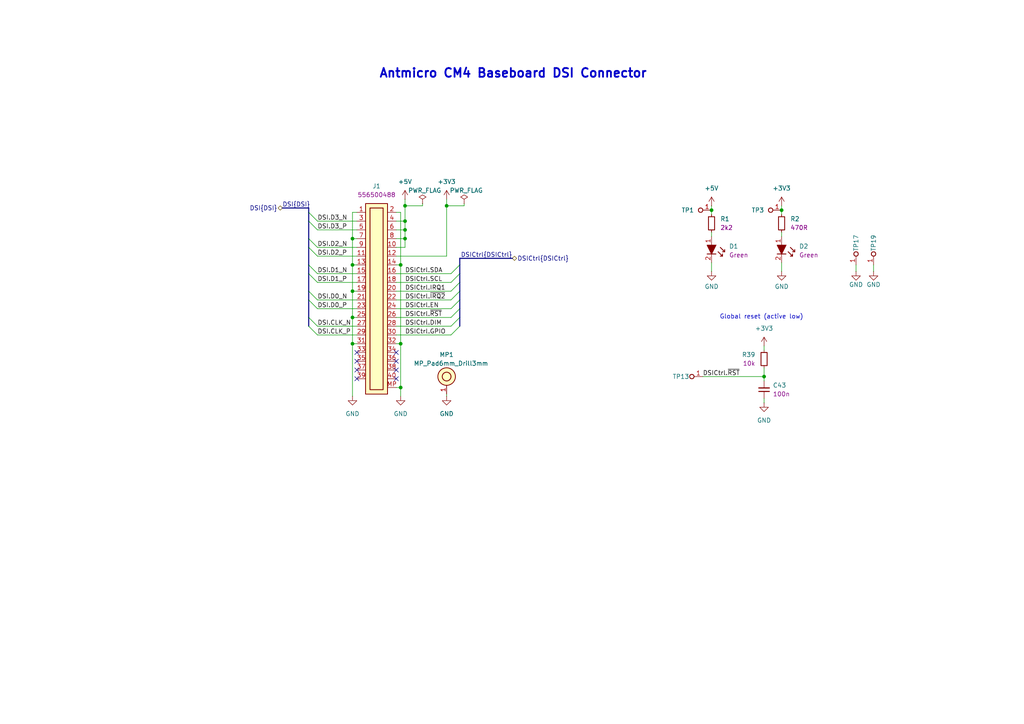
<source format=kicad_sch>
(kicad_sch (version 20230121) (generator eeschema)
  (paper "A4")
  (title_block (title "CM4 Baseboard LVDS Adapter") (date "2024-04-18") (rev "1.0.2") (company "Antmicro") (comment 1 "www.antmicro.com"))
  (lib_symbols
    (symbol "antmicroB2BConnectors:Plug_Molex_SlimStack_2x20_556500488"
      (property "Reference" "J" (at 25.4 0 0))
      (property "MPN" "556500488" (at 25.4 -2.54 0))
      (symbol "Plug_Molex_SlimStack_2x20_556500488_1_1"
        (rectangle (start 2.54 2.54) (end 8.89 -52.705) (stroke (width 0.254)) (fill (type background)))
        (rectangle (start 3.81 1.27) (end 7.62 -51.435) (stroke (width 0.254)) (fill (type background)))
        (pin passive line (at 0 0 0) (length 2.54) (name "~") (number "1"))
        (pin passive line (at 11.43 -10.16 180) (length 2.54) (name "~") (number "10"))
        (pin passive line (at 0 -12.7 0) (length 2.54) (name "~") (number "11"))
        (pin passive line (at 11.43 -12.7 180) (length 2.54) (name "~") (number "12"))
        (pin passive line (at 0 -15.24 0) (length 2.54) (name "~") (number "13"))
        (pin passive line (at 11.43 -15.24 180) (length 2.54) (name "~") (number "14"))
        (pin passive line (at 0 -17.78 0) (length 2.54) (name "~") (number "15"))
        (pin passive line (at 11.43 -17.78 180) (length 2.54) (name "~") (number "16"))
        (pin passive line (at 0 -20.32 0) (length 2.54) (name "~") (number "17"))
        (pin passive line (at 11.43 -20.32 180) (length 2.54) (name "~") (number "18"))
        (pin passive line (at 0 -22.86 0) (length 2.54) (name "~") (number "19"))
        (pin passive line (at 11.43 0 180) (length 2.54) (name "~") (number "2"))
        (pin passive line (at 11.43 -22.86 180) (length 2.54) (name "~") (number "20"))
        (pin passive line (at 0 -25.4 0) (length 2.54) (name "~") (number "21"))
        (pin passive line (at 11.43 -25.4 180) (length 2.54) (name "~") (number "22"))
        (pin passive line (at 0 -27.94 0) (length 2.54) (name "~") (number "23"))
        (pin passive line (at 11.43 -27.94 180) (length 2.54) (name "~") (number "24"))
        (pin passive line (at 0 -30.48 0) (length 2.54) (name "~") (number "25"))
        (pin passive line (at 11.43 -30.48 180) (length 2.54) (name "~") (number "26"))
        (pin passive line (at 0 -33.02 0) (length 2.54) (name "~") (number "27"))
        (pin passive line (at 11.43 -33.02 180) (length 2.54) (name "~") (number "28"))
        (pin passive line (at 0 -35.56 0) (length 2.54) (name "~") (number "29"))
        (pin passive line (at 0 -2.54 0) (length 2.54) (name "~") (number "3"))
        (pin passive line (at 11.43 -35.56 180) (length 2.54) (name "~") (number "30"))
        (pin passive line (at 0 -38.1 0) (length 2.54) (name "~") (number "31"))
        (pin passive line (at 11.43 -38.1 180) (length 2.54) (name "~") (number "32"))
        (pin passive line (at 0 -40.64 0) (length 2.54) (name "~") (number "33"))
        (pin passive line (at 11.43 -40.64 180) (length 2.54) (name "~") (number "34"))
        (pin passive line (at 0 -43.18 0) (length 2.54) (name "~") (number "35"))
        (pin passive line (at 11.43 -43.18 180) (length 2.54) (name "~") (number "36"))
        (pin passive line (at 0 -45.72 0) (length 2.54) (name "~") (number "37"))
        (pin passive line (at 11.43 -45.72 180) (length 2.54) (name "~") (number "38"))
        (pin passive line (at 0 -48.26 0) (length 2.54) (name "~") (number "39"))
        (pin passive line (at 11.43 -2.54 180) (length 2.54) (name "~") (number "4"))
        (pin passive line (at 11.43 -48.26 180) (length 2.54) (name "~") (number "40"))
        (pin passive line (at 0 -5.08 0) (length 2.54) (name "~") (number "5"))
        (pin passive line (at 11.43 -5.08 180) (length 2.54) (name "~") (number "6"))
        (pin passive line (at 0 -7.62 0) (length 2.54) (name "~") (number "7"))
        (pin passive line (at 11.43 -7.62 180) (length 2.54) (name "~") (number "8"))
        (pin passive line (at 0 -10.16 0) (length 2.54) (name "~") (number "9"))
        (pin passive line (at 11.43 -50.8 180) (length 2.54) (name "~") (number "MP"))
      )
    )
    (symbol "antmicroCapacitors0402:C_100n_0402" (pin_numbers hide) (pin_names hide)
      (property "Reference" "C" (at 20.32 -5.08 0))
      (property "Val" "100n" (at 20.32 -7.62 0))
      (symbol "C_100n_0402_0_1"
        (polyline (pts (xy 2.032 -1.524) (xy 2.032 1.524)) (stroke (width 0.3048)))
        (polyline (pts (xy 3.048 -1.524) (xy 3.048 1.524)) (stroke (width 0.3302)))
      )
      (symbol "C_100n_0402_1_1"
        (pin passive line (at 0 0 0) (length 2.032) (name "~") (number "1"))
        (pin passive line (at 5.08 0 180) (length 2.032) (name "~") (number "2"))
      )
    )
    (symbol "antmicroLEDIndicationDiscrete:LED_G_0603_598-8D80-107F" (pin_names hide)
      (property "Reference" "D" (at 22.86 -2.54 0))
      (property "Color" "Green" (at 22.86 -5.08 0))
      (symbol "LED_G_0603_598-8D80-107F_1_1"
        (polyline (pts (xy 4.445 3.81) (xy 3.175 2.54)) (stroke (width 0.254)))
        (polyline (pts (xy 5.08 1.27) (xy 5.08 -1.27)) (stroke (width 0.254)))
        (polyline (pts (xy 5.715 3.175) (xy 4.445 1.905)) (stroke (width 0.254)))
        (polyline (pts (xy 3.81 3.81) (xy 4.445 3.81) (xy 4.445 3.175)) (stroke (width 0.254)))
        (polyline (pts (xy 5.08 3.175) (xy 5.715 3.175) (xy 5.715 2.54)) (stroke (width 0.254)))
        (polyline (pts (xy 2.54 1.27) (xy 2.54 -1.27) (xy 5.08 0) (xy 2.54 1.27)) (stroke (width 0.254)) (fill (type outline)))
        (pin passive line (at 0 0 0) (length 2.54) (name "1") (number "1"))
        (pin passive line (at 7.62 0 180) (length 2.54) (name "2") (number "2"))
      )
    )
    (symbol "antmicroMechanicalParts:MP_Pad6mm_Drill3mm" (pin_names hide) (in_bom no)
      (property "Reference" "MP" (at 20.32 -2.54 0))
      (property "Value" "MP_Pad6mm_Drill3mm" (at 20.32 -5.08 0))
      (symbol "MP_Pad6mm_Drill3mm_1_1"
        (circle (center 5.08 0) (radius 1.27) (stroke (width 0.254)) (fill (type background)))
        (circle (center 5.08 0) (radius 2.54) (stroke (width 0.254)) (fill (type background)))
        (pin passive line (at 0 0 0) (length 2.54) (name "~") (number "1"))
      )
    )
    (symbol "antmicroResistors0402:R_10k_0402" (pin_numbers hide) (pin_names hide)
      (property "Reference" "R" (at 20.32 -5.08 0))
      (property "Val" "10k" (at 20.32 -7.62 0))
      (symbol "R_10k_0402_0_1"
        (rectangle (start 0.635 0.889) (end 4.445 -0.889) (stroke (width 0.254)))
      )
      (symbol "R_10k_0402_1_1"
        (pin passive line (at 0 0 0) (length 0.635) (name "~") (number "1"))
        (pin passive line (at 5.08 0 180) (length 0.635) (name "~") (number "2"))
      )
    )
    (symbol "antmicroResistors0402:R_2k2_0402" (pin_numbers hide) (pin_names hide)
      (property "Reference" "R" (at 20.32 -5.08 0))
      (property "Val" "2k2" (at 20.32 -7.62 0))
      (symbol "R_2k2_0402_0_1"
        (rectangle (start 0.635 0.889) (end 4.445 -0.889) (stroke (width 0.254)))
      )
      (symbol "R_2k2_0402_1_1"
        (pin passive line (at 0 0 0) (length 0.635) (name "~") (number "1"))
        (pin passive line (at 5.08 0 180) (length 0.635) (name "~") (number "2"))
      )
    )
    (symbol "antmicroResistors0402:R_470R_0402" (pin_numbers hide) (pin_names hide)
      (property "Reference" "R" (at 20.32 -5.08 0))
      (property "Val" "470R" (at 20.32 -7.62 0))
      (symbol "R_470R_0402_0_1"
        (rectangle (start 0.635 0.889) (end 4.445 -0.889) (stroke (width 0.254)))
      )
      (symbol "R_470R_0402_1_1"
        (pin passive line (at 0 0 0) (length 0.635) (name "~") (number "1"))
        (pin passive line (at 5.08 0 180) (length 0.635) (name "~") (number "2"))
      )
    )
    (symbol "antmicroTestPoints:TP_0.75mm_SMD" (pin_names hide) (in_bom no)
      (property "Reference" "TP" (at 10.795 -1.27 0))
      (symbol "TP_0.75mm_SMD_1_1"
        (circle (center 3.175 0) (radius 0.635) (stroke (width 0.254)))
        (pin passive line (at 0 0 0) (length 2.54) (name "1") (number "1"))
      )
    )
    (symbol "antmicropower:+3V3" (power) (pin_numbers hide) (pin_names hide)
      (property "Value" "+3V3" (at -3.175 2.54 0))
      (symbol "+3V3_0_1"
        (polyline (pts (xy 0 0) (xy 0 2.54)))
        (polyline (pts (xy 0 2.54) (xy -0.762 1.27)))
        (polyline (pts (xy 0 2.54) (xy 0.762 1.27)))
      )
      (symbol "+3V3_1_1"
        (pin power_in line (at 0 0 90) (length 0) hide (name "+3V3") (number "1"))
      )
    )
    (symbol "antmicropower:+5V" (power) (pin_numbers hide) (pin_names hide)
      (property "Value" "+5V" (at 15.24 -5.08 0))
      (symbol "+5V_1_1"
        (polyline (pts (xy -0.762 1.27) (xy 0 2.54)) (fill (type background)))
        (polyline (pts (xy 0 0) (xy 0 2.54)) (fill (type background)))
        (polyline (pts (xy 0 2.54) (xy 0.762 1.27)) (fill (type background)))
        (pin power_in line (at 0 0 90) (length 0) (name "+5V") (number "1"))
      )
    )
    (symbol "antmicropower:GND" (power) (pin_numbers hide) (pin_names hide)
      (property "Value" "GND" (at 8.89 -5.08 0))
      (symbol "GND_1_1"
        (polyline (pts (xy 0 0) (xy 0 -1.27) (xy 1.27 -1.27) (xy 0 -2.54) (xy -1.27 -1.27) (xy 0 -1.27)))
        (pin power_in line (at 0 0 270) (length 0) (name "GND") (number "1"))
      )
    )
    (symbol "antmicropower:PWR_FLAG" (power) (pin_numbers hide) (pin_names (offset 0) hide)
      (property "Value" "PWR_FLAG" (at 0 3.81 0))
      (symbol "PWR_FLAG_0_0"
        (pin power_out line (at 0 0 90) (length 0) (name "pwr") (number "1"))
      )
      (symbol "PWR_FLAG_0_1"
        (polyline (pts (xy 0 0) (xy 0 1.27) (xy -1.016 1.905) (xy 0 2.54) (xy 1.016 1.905) (xy 0 1.27)))
      )
    )
  )
  (junction (at 117.475 66.675))
  (junction (at 102.235 99.695))
  (junction (at 206.375 60.96))
  (junction (at 102.235 92.075))
  (junction (at 129.54 59.69))
  (junction (at 117.475 59.69))
  (junction (at 117.475 64.135))
  (junction (at 116.205 112.395))
  (junction (at 116.205 76.835))
  (junction (at 117.475 69.215))
  (junction (at 102.235 76.835))
  (junction (at 102.235 69.215))
  (junction (at 221.615 109.22))
  (junction (at 102.235 84.455))
  (junction (at 116.205 99.695))
  (junction (at 226.695 60.96))
  (no_connect (at 103.505 107.315))
  (no_connect (at 114.935 102.235))
  (no_connect (at 114.935 104.775))
  (no_connect (at 103.505 104.775))
  (no_connect (at 114.935 107.315))
  (no_connect (at 103.505 109.855))
  (no_connect (at 103.505 102.235))
  (no_connect (at 114.935 109.855))
  (bus_entry (at 133.35 86.995) (size -2.54 2.54))
  (bus_entry (at 89.535 61.595) (size 2.54 2.54))
  (bus_entry (at 133.35 79.375) (size -2.54 2.54))
  (bus_entry (at 89.535 71.755) (size 2.54 2.54))
  (bus_entry (at 89.535 94.615) (size 2.54 2.54))
  (bus_entry (at 133.35 76.835) (size -2.54 2.54))
  (bus_entry (at 133.35 94.615) (size -2.54 2.54))
  (bus_entry (at 89.535 79.375) (size 2.54 2.54))
  (bus_entry (at 89.535 92.075) (size 2.54 2.54))
  (bus_entry (at 133.35 92.075) (size -2.54 2.54))
  (bus_entry (at 89.535 86.995) (size 2.54 2.54))
  (bus_entry (at 133.35 81.915) (size -2.54 2.54))
  (bus_entry (at 89.535 69.215) (size 2.54 2.54))
  (bus_entry (at 89.535 64.135) (size 2.54 2.54))
  (bus_entry (at 133.35 84.455) (size -2.54 2.54))
  (bus_entry (at 133.35 89.535) (size -2.54 2.54))
  (bus_entry (at 89.535 84.455) (size 2.54 2.54))
  (bus_entry (at 89.535 76.835) (size 2.54 2.54))
  (wire (pts (xy 221.615 110.49) (xy 221.615 109.22)))
  (bus (pts (xy 89.535 86.995) (xy 89.535 92.075)))
  (wire (pts (xy 114.935 69.215) (xy 117.475 69.215)))
  (wire (pts (xy 102.235 84.455) (xy 103.505 84.455)))
  (wire (pts (xy 103.505 69.215) (xy 102.235 69.215)))
  (bus (pts (xy 89.535 84.455) (xy 89.535 86.995)))
  (wire (pts (xy 102.235 69.215) (xy 102.235 76.835)))
  (wire (pts (xy 248.285 78.74) (xy 248.285 76.835)))
  (wire (pts (xy 92.075 97.155) (xy 103.505 97.155)))
  (wire (pts (xy 114.935 71.755) (xy 117.475 71.755)))
  (wire (pts (xy 102.235 76.835) (xy 103.505 76.835)))
  (wire (pts (xy 206.375 76.2) (xy 206.375 78.74)))
  (wire (pts (xy 129.54 114.935) (xy 129.54 114.3)))
  (wire (pts (xy 116.205 112.395) (xy 116.205 114.935)))
  (wire (pts (xy 102.235 92.075) (xy 103.505 92.075)))
  (wire (pts (xy 114.935 79.375) (xy 130.81 79.375)))
  (wire (pts (xy 114.935 76.835) (xy 116.205 76.835)))
  (wire (pts (xy 92.075 81.915) (xy 103.505 81.915)))
  (wire (pts (xy 117.475 57.785) (xy 117.475 59.69)))
  (wire (pts (xy 92.075 71.755) (xy 103.505 71.755)))
  (wire (pts (xy 114.935 89.535) (xy 130.81 89.535)))
  (bus (pts (xy 89.535 92.075) (xy 89.535 94.615)))
  (wire (pts (xy 114.935 66.675) (xy 117.475 66.675)))
  (wire (pts (xy 117.475 71.755) (xy 117.475 69.215)))
  (wire (pts (xy 102.235 99.695) (xy 102.235 114.935)))
  (wire (pts (xy 116.205 76.835) (xy 116.205 99.695)))
  (wire (pts (xy 114.935 61.595) (xy 116.205 61.595)))
  (bus (pts (xy 89.535 60.325) (xy 89.535 61.595)))
  (wire (pts (xy 92.075 89.535) (xy 103.505 89.535)))
  (bus (pts (xy 133.35 79.375) (xy 133.35 81.915)))
  (wire (pts (xy 92.075 86.995) (xy 103.505 86.995)))
  (bus (pts (xy 133.35 81.915) (xy 133.35 84.455)))
  (wire (pts (xy 117.475 69.215) (xy 117.475 66.675)))
  (wire (pts (xy 226.695 59.69) (xy 226.695 60.96)))
  (wire (pts (xy 129.54 57.785) (xy 129.54 59.69)))
  (wire (pts (xy 92.075 66.675) (xy 103.505 66.675)))
  (bus (pts (xy 89.535 71.755) (xy 89.535 76.835)))
  (wire (pts (xy 114.935 84.455) (xy 130.81 84.455)))
  (bus (pts (xy 133.35 94.615) (xy 133.35 92.075)))
  (wire (pts (xy 116.205 99.695) (xy 116.205 112.395)))
  (wire (pts (xy 92.075 74.295) (xy 103.505 74.295)))
  (wire (pts (xy 114.935 99.695) (xy 116.205 99.695)))
  (wire (pts (xy 226.695 68.58) (xy 226.695 67.31)))
  (wire (pts (xy 129.54 74.295) (xy 114.935 74.295)))
  (wire (pts (xy 92.075 64.135) (xy 103.505 64.135)))
  (wire (pts (xy 117.475 66.675) (xy 117.475 64.135)))
  (bus (pts (xy 133.35 84.455) (xy 133.35 86.995)))
  (wire (pts (xy 92.075 94.615) (xy 103.505 94.615)))
  (wire (pts (xy 129.54 59.69) (xy 129.54 74.295)))
  (wire (pts (xy 117.475 59.69) (xy 117.475 64.135)))
  (wire (pts (xy 92.075 79.375) (xy 103.505 79.375)))
  (wire (pts (xy 122.555 59.055) (xy 122.555 59.69)))
  (bus (pts (xy 81.915 60.325) (xy 89.535 60.325)))
  (wire (pts (xy 102.235 76.835) (xy 102.235 84.455)))
  (wire (pts (xy 134.62 59.055) (xy 134.62 59.69)))
  (wire (pts (xy 122.555 59.69) (xy 117.475 59.69)))
  (wire (pts (xy 102.235 61.595) (xy 102.235 69.215)))
  (wire (pts (xy 134.62 59.69) (xy 129.54 59.69)))
  (wire (pts (xy 114.935 64.135) (xy 117.475 64.135)))
  (bus (pts (xy 133.35 74.93) (xy 133.35 76.835)))
  (wire (pts (xy 103.505 61.595) (xy 102.235 61.595)))
  (wire (pts (xy 102.235 99.695) (xy 103.505 99.695)))
  (wire (pts (xy 253.365 78.74) (xy 253.365 76.835)))
  (bus (pts (xy 133.35 76.835) (xy 133.35 79.375)))
  (wire (pts (xy 102.235 84.455) (xy 102.235 92.075)))
  (bus (pts (xy 89.535 64.135) (xy 89.535 69.215)))
  (bus (pts (xy 133.35 86.995) (xy 133.35 89.535)))
  (wire (pts (xy 114.935 81.915) (xy 130.81 81.915)))
  (bus (pts (xy 89.535 76.835) (xy 89.535 79.375)))
  (wire (pts (xy 114.935 86.995) (xy 130.81 86.995)))
  (wire (pts (xy 221.615 100.33) (xy 221.615 101.6)))
  (wire (pts (xy 226.695 60.96) (xy 226.695 62.23)))
  (bus (pts (xy 133.35 92.075) (xy 133.35 89.535)))
  (wire (pts (xy 206.375 68.58) (xy 206.375 67.31)))
  (wire (pts (xy 203.835 109.22) (xy 221.615 109.22)))
  (wire (pts (xy 114.935 97.155) (xy 130.81 97.155)))
  (wire (pts (xy 226.695 76.2) (xy 226.695 78.74)))
  (bus (pts (xy 89.535 79.375) (xy 89.535 84.455)))
  (bus (pts (xy 89.535 61.595) (xy 89.535 64.135)))
  (wire (pts (xy 221.615 115.57) (xy 221.615 116.84)))
  (bus (pts (xy 89.535 69.215) (xy 89.535 71.755)))
  (wire (pts (xy 116.205 61.595) (xy 116.205 76.835)))
  (wire (pts (xy 114.935 94.615) (xy 130.81 94.615)))
  (bus (pts (xy 148.59 74.93) (xy 133.35 74.93)))
  (wire (pts (xy 206.375 59.69) (xy 206.375 60.96)))
  (wire (pts (xy 114.935 112.395) (xy 116.205 112.395)))
  (wire (pts (xy 114.935 92.075) (xy 130.81 92.075)))
  (wire (pts (xy 102.235 92.075) (xy 102.235 99.695)))
  (wire (pts (xy 221.615 106.68) (xy 221.615 109.22)))
  (wire (pts (xy 206.375 60.96) (xy 206.375 62.23)))
  (text "Antmicro CM4 Baseboard DSI Connector" (at 109.855 22.86 0) (effects (font (size 2.54 2.54) (thickness 0.508) bold) (justify left bottom)))
  (text "Global reset (active low)" (at 233.045 92.71 0) (effects (font (size 1.27 1.27)) (justify right bottom)))
  (label "DSI.D1_P" (at 92.075 81.915 0))
  (label "DSICtrl{DSICtrl}" (at 148.59 74.93 180))
  (label "DSICtrl.EN" (at 117.475 89.535 0))
  (label "DSICtrl.SDA" (at 117.475 79.375 0))
  (label "DSI.D1_N" (at 92.075 79.375 0))
  (label "DSI.CLK_P" (at 92.075 97.155 0))
  (label "DSICtrl.GPIO" (at 117.475 97.155 0))
  (label "DSI.D3_P" (at 92.075 66.675 0))
  (label "DSI{DSI}" (at 81.915 60.325 0))
  (label "DSI.D0_P" (at 92.075 89.535 0))
  (label "DSI.CLK_N" (at 92.075 94.615 0))
  (label "DSI.D2_N" (at 92.075 71.755 0))
  (label "DSI.D2_P" (at 92.075 74.295 0))
  (label "DSICtrl.~{RST}" (at 117.475 92.075 0))
  (label "DSICtrl.DIM" (at 117.475 94.615 0))
  (label "DSICtrl.~{RST}" (at 203.835 109.22 0))
  (label "DSICtrl.~{IRQ2}" (at 117.475 86.995 0))
  (label "DSICtrl.IRQ1" (at 117.475 84.455 0))
  (label "DSI.D0_N" (at 92.075 86.995 0))
  (label "DSI.D3_N" (at 92.075 64.135 0))
  (label "DSICtrl.SCL" (at 117.475 81.915 0))
  (hierarchical_label "DSI{DSI}" (shape bidirectional) (at 81.915 60.325 180))
  (hierarchical_label "DSICtrl{DSICtrl}" (shape bidirectional) (at 148.59 74.93 0))
  (symbol (lib_id "antmicroTestPoints:TP_0.75mm_SMD") (at 226.695 60.96 180) (unit 1) (in_bom no)
    (property "Reference" "TP3" (at 221.615 60.9599 0) (effects (justify left)))
    (property "Value" "TP_0.75mm_SMD" (effects hide))
    (property "Footprint" "antmicro-footprints:TP_SMD_0.75mm" (effects hide))
    (property "Author" "Antmicro" (effects hide))
    (property "License" "Apache-2.0" (effects hide))
  )
  (symbol (lib_id "antmicroResistors0402:R_10k_0402") (at 221.615 106.68 270) (mirror x) (unit 1)
    (property "Reference" "R39" (at 219.075 102.8699 90) (effects (justify right)))
    (property "Value" "R_10k_0402" (effects hide))
    (property "Footprint" "antmicro-footprints:R_0402_1005Metric" (effects hide))
    (property "Datasheet" "https://www.bourns.com/docs/product-datasheets/cr.pdf" (effects hide))
    (property "MPN" "CR0402-FX-1002GLF" (effects hide))
    (property "Manufacturer" "Bourns" (effects hide))
    (property "License" "Apache-2.0" (effects hide))
    (property "Author" "Antmicro" (effects hide))
    (property "Val" "10k" (at 219.075 105.4099 90) (effects (justify right)))
    (property "Tolerance" "1%" (effects hide))
  )
  (symbol (lib_id "antmicropower:PWR_FLAG") (at 122.555 59.055 0) (unit 1)
    (property "Reference" "#FLG01" (effects hide))
    (property "Value" "PWR_FLAG" (at 123.19 55.245 0))
  )
  (symbol (lib_id "antmicroCapacitors0402:C_100n_0402") (at 221.615 115.57 90) (unit 1)
    (property "Reference" "C43" (at 224.155 111.7535 90) (effects (justify right)))
    (property "Value" "C_100n_0402" (effects hide))
    (property "Footprint" "antmicro-footprints:C_0402_1005Metric" (effects hide))
    (property "Datasheet" "https://www.murata.com/products/productdetail?partno=GRM155R61H104KE14%23" (effects hide))
    (property "MPN" "GRM155R61H104KE14D" (effects hide))
    (property "Manufacturer" "Murata" (effects hide))
    (property "License" "Apache-2.0" (effects hide))
    (property "Author" "Antmicro" (effects hide))
    (property "Val" "100n" (at 224.155 114.2935 90) (effects (justify right)))
    (property "Voltage" "50V" (effects hide))
    (property "Dielectric" "X5R" (effects hide))
  )
  (symbol (lib_id "antmicropower:GND") (at 116.205 114.935 0) (unit 1)
    (property "Reference" "#PWR04" (effects hide))
    (property "Value" "GND" (at 116.205 120.015 0))
    (property "Author" "Antmicro" (effects hide))
    (property "License" "Apache-2.0" (effects hide))
  )
  (symbol (lib_id "antmicroResistors0402:R_470R_0402") (at 226.695 67.31 90) (unit 1)
    (property "Reference" "R2" (at 229.235 63.5 90) (effects (justify right)))
    (property "Value" "R_470R_0402" (effects hide))
    (property "Footprint" "antmicro-footprints:R_0402_1005Metric" (effects hide))
    (property "Datasheet" "https://www.bourns.com/docs/product-datasheets/cr.pdf" (effects hide))
    (property "MPN" "CR0402-FX-4700GLF" (effects hide))
    (property "Manufacturer" "Bourns" (effects hide))
    (property "License" "Apache-2.0" (effects hide))
    (property "Author" "Antmicro" (effects hide))
    (property "Val" "470R" (at 229.235 66.04 90) (effects (justify right)))
    (property "Tolerance" "1%" (effects hide))
  )
  (symbol (lib_id "antmicroResistors0402:R_2k2_0402") (at 206.375 67.31 90) (unit 1)
    (property "Reference" "R1" (at 208.915 63.4999 90) (effects (justify right)))
    (property "Value" "R_2k2_0402" (effects hide))
    (property "Footprint" "antmicro-footprints:R_0402_1005Metric" (effects hide))
    (property "Datasheet" "https://www.bourns.com/docs/product-datasheets/cr.pdf" (effects hide))
    (property "Manufacturer" "Bourns" (effects hide))
    (property "MPN" "CR0402-FX-2201GLF" (effects hide))
    (property "Val" "2k2" (at 208.915 66.0399 90) (effects (justify right)))
    (property "License" "Apache-2.0" (effects hide))
    (property "Author" "Antmicro" (effects hide))
    (property "Tolerance" "1%" (effects hide))
  )
  (symbol (lib_id "antmicropower:+3V3") (at 221.615 100.33 0) (mirror y) (unit 1)
    (property "Reference" "#PWR0128" (effects hide))
    (property "Value" "+3V3" (at 221.615 95.25 0))
    (property "Author" "Antmicro" (effects hide))
    (property "License" "Apache-2.0" (effects hide))
  )
  (symbol (lib_id "antmicropower:GND") (at 102.235 114.935 0) (unit 1)
    (property "Reference" "#PWR03" (effects hide))
    (property "Value" "GND" (at 102.235 120.015 0))
    (property "Author" "Antmicro" (effects hide))
    (property "License" "Apache-2.0" (effects hide))
  )
  (symbol (lib_id "antmicroLEDIndicationDiscrete:LED_G_0603_598-8D80-107F") (at 226.695 68.58 270) (unit 1)
    (property "Reference" "D2" (at 231.775 71.4375 90) (effects (justify left)))
    (property "Value" "LED_G_0603_598-8D80-107F" (effects hide))
    (property "Footprint" "antmicro-footprints:LED_0603_1608Metric_G" (effects hide))
    (property "Datasheet" "https://www.farnell.com/datasheets/3093797.pdf" (effects hide))
    (property "MPN" "598-8D80-107F" (effects hide))
    (property "Manufacturer" "Dialight" (effects hide))
    (property "Author" "Antmicro" (effects hide))
    (property "License" "Apache-2.0" (effects hide))
    (property "Color" "Green" (at 231.775 73.9775 90) (effects (justify left)))
  )
  (symbol (lib_id "antmicroB2BConnectors:Plug_Molex_SlimStack_2x20_556500488") (at 103.505 61.595 0) (unit 1)
    (property "Reference" "J1" (at 109.22 53.975 0))
    (property "Value" "Plug_Molex_SlimStack_2x20_556500488" (effects hide))
    (property "Footprint" "antmicro-footprints:Conn_Plug_Molex_SlimStack_2x20_556500488" (effects hide))
    (property "Datasheet" "https://www.molex.com/en-us/products/part-detail/556500488?display=pdf" (effects hide))
    (property "MPN" "556500488" (at 109.22 56.515 0))
    (property "Manufacturer" "Molex" (effects hide))
    (property "Pitch" "0.5 mm" (effects hide))
    (property "Author" "Antmicro" (effects hide))
    (property "License" "Apache-2.0" (effects hide))
  )
  (symbol (lib_id "antmicroTestPoints:TP_0.75mm_SMD") (at 253.365 76.835 90) (unit 1)
    (property "Reference" "TP19" (at 253.365 70.485 0))
    (property "Value" "TP_0.75mm_SMD" (effects hide))
    (property "Footprint" "antmicro-footprints:TP_SMD_0.75mm" (effects hide))
    (property "Author" "Antmicro" (effects hide))
    (property "License" "Apache-2.0" (effects hide))
  )
  (symbol (lib_id "antmicropower:GND") (at 253.365 78.74 0) (mirror y) (unit 1)
    (property "Reference" "#PWR0301" (effects hide))
    (property "Value" "GND" (at 253.365 82.55 0))
    (property "Author" "Antmicro" (effects hide))
    (property "License" "Apache-2.0" (effects hide))
  )
  (symbol (lib_id "antmicropower:GND") (at 221.615 116.84 0) (mirror y) (unit 1)
    (property "Reference" "#PWR0129" (effects hide))
    (property "Value" "GND" (at 221.615 121.92 0))
    (property "Author" "Antmicro" (effects hide))
    (property "License" "Apache-2.0" (effects hide))
  )
  (symbol (lib_id "antmicropower:+3V3") (at 129.54 57.785 0) (unit 1)
    (property "Reference" "#PWR02" (effects hide))
    (property "Value" "+3V3" (at 129.54 52.705 0))
    (property "Author" "Antmicro" (effects hide))
    (property "License" "Apache-2.0" (effects hide))
  )
  (symbol (lib_id "antmicropower:GND") (at 226.695 78.74 0) (unit 1)
    (property "Reference" "#PWR079" (effects hide))
    (property "Value" "GND" (at 224.6848 83.82 0) (effects (justify left bottom)))
    (property "Author" "Antmicro" (effects hide))
    (property "License" "Apache-2.0" (effects hide))
  )
  (symbol (lib_id "antmicroTestPoints:TP_0.75mm_SMD") (at 248.285 76.835 90) (unit 1)
    (property "Reference" "TP17" (at 248.285 70.485 0))
    (property "Value" "TP_0.75mm_SMD" (effects hide))
    (property "Footprint" "antmicro-footprints:TP_SMD_0.75mm" (effects hide))
    (property "Author" "Antmicro" (effects hide))
    (property "License" "Apache-2.0" (effects hide))
  )
  (symbol (lib_id "antmicropower:+5V") (at 117.475 57.785 0) (mirror y) (unit 1)
    (property "Reference" "#PWR01" (effects hide))
    (property "Value" "+5V" (at 117.475 52.705 0))
    (property "Author" "Antmicro" (effects hide))
    (property "License" "Apache-2.0" (effects hide))
  )
  (symbol (lib_id "antmicropower:GND") (at 129.54 114.935 0) (unit 1)
    (property "Reference" "#PWR05" (effects hide))
    (property "Value" "GND" (at 129.54 120.015 0))
    (property "Author" "Antmicro" (effects hide))
    (property "License" "Apache-2.0" (effects hide))
  )
  (symbol (lib_id "antmicroMechanicalParts:MP_Pad6mm_Drill3mm") (at 129.54 114.3 90) (unit 1) (in_bom no)
    (property "Reference" "MP1" (at 129.54 102.87 90))
    (property "Value" "MP_Pad6mm_Drill3mm" (at 120.015 105.41 90) (effects (justify right)))
    (property "Footprint" "antmicro-footprints:MP_Pad6mm_Drill3mm" (effects hide))
    (property "Author" "Antmicro" (effects hide))
    (property "License" "Apache-2.0" (effects hide))
  )
  (symbol (lib_id "antmicropower:GND") (at 206.375 78.74 0) (unit 1)
    (property "Reference" "#PWR08" (effects hide))
    (property "Value" "GND" (at 204.3648 83.82 0) (effects (justify left bottom)))
    (property "Author" "Antmicro" (effects hide))
    (property "License" "Apache-2.0" (effects hide))
  )
  (symbol (lib_id "antmicroLEDIndicationDiscrete:LED_G_0603_598-8D80-107F") (at 206.375 68.58 270) (unit 1)
    (property "Reference" "D1" (at 211.455 71.4375 90) (effects (justify left)))
    (property "Value" "LED_G_0603_598-8D80-107F" (effects hide))
    (property "Footprint" "antmicro-footprints:LED_0603_1608Metric_G" (effects hide))
    (property "Datasheet" "https://www.farnell.com/datasheets/3093797.pdf" (effects hide))
    (property "MPN" "598-8D80-107F" (effects hide))
    (property "Manufacturer" "Dialight" (effects hide))
    (property "Author" "Antmicro" (effects hide))
    (property "License" "Apache-2.0" (effects hide))
    (property "Color" "Green" (at 211.455 73.9775 90) (effects (justify left)))
  )
  (symbol (lib_id "antmicroTestPoints:TP_0.75mm_SMD") (at 206.375 60.96 180) (unit 1) (in_bom no)
    (property "Reference" "TP1" (at 201.295 60.9599 0) (effects (justify left)))
    (property "Value" "TP_0.75mm_SMD" (effects hide))
    (property "Footprint" "antmicro-footprints:TP_SMD_0.75mm" (effects hide))
    (property "Author" "Antmicro" (effects hide))
    (property "License" "Apache-2.0" (effects hide))
  )
  (symbol (lib_id "antmicropower:+3V3") (at 226.695 59.69 0) (unit 1)
    (property "Reference" "#PWR07" (effects hide))
    (property "Value" "+3V3" (at 226.695 54.61 0))
    (property "Author" "Antmicro" (effects hide))
    (property "License" "Apache-2.0" (effects hide))
  )
  (symbol (lib_id "antmicropower:PWR_FLAG") (at 134.62 59.055 0) (unit 1)
    (property "Reference" "#FLG02" (effects hide))
    (property "Value" "PWR_FLAG" (at 135.255 55.245 0))
  )
  (symbol (lib_id "antmicropower:+5V") (at 206.375 59.69 0) (unit 1)
    (property "Reference" "#PWR06" (effects hide))
    (property "Value" "+5V" (at 206.375 54.61 0))
    (property "Author" "Antmicro" (effects hide))
    (property "License" "Apache-2.0" (effects hide))
  )
  (symbol (lib_id "antmicropower:GND") (at 248.285 78.74 0) (mirror y) (unit 1)
    (property "Reference" "#PWR080" (effects hide))
    (property "Value" "GND" (at 248.285 82.55 0))
    (property "Author" "Antmicro" (effects hide))
    (property "License" "Apache-2.0" (effects hide))
  )
  (symbol (lib_id "antmicroTestPoints:TP_0.75mm_SMD") (at 203.835 109.22 180) (unit 1)
    (property "Reference" "TP13" (at 197.485 109.22 0))
    (property "Value" "TP_0.75mm_SMD" (effects hide))
    (property "Footprint" "antmicro-footprints:TP_SMD_0.75mm" (effects hide))
    (property "Author" "Antmicro" (effects hide))
    (property "License" "Apache-2.0" (effects hide))
  )
)
</source>
